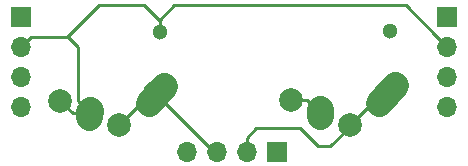
<source format=gtl>
G04 #@! TF.GenerationSoftware,KiCad,Pcbnew,(5.1.4)-1*
G04 #@! TF.CreationDate,2022-01-12T12:57:33-05:00*
G04 #@! TF.ProjectId,a44key-pcb-thumbs,6134346b-6579-42d7-9063-622d7468756d,rev?*
G04 #@! TF.SameCoordinates,Original*
G04 #@! TF.FileFunction,Copper,L1,Top*
G04 #@! TF.FilePolarity,Positive*
%FSLAX46Y46*%
G04 Gerber Fmt 4.6, Leading zero omitted, Abs format (unit mm)*
G04 Created by KiCad (PCBNEW (5.1.4)-1) date 2022-01-12 12:57:33*
%MOMM*%
%LPD*%
G04 APERTURE LIST*
%ADD10C,1.300000*%
%ADD11C,2.250000*%
%ADD12C,2.250000*%
%ADD13C,2.000000*%
%ADD14O,1.700000X1.700000*%
%ADD15R,1.700000X1.700000*%
%ADD16C,0.254000*%
G04 APERTURE END LIST*
D10*
X118390348Y-135038919D03*
D11*
X118111348Y-140345919D03*
D12*
X118766343Y-139615915D02*
X117456353Y-141075923D01*
D11*
X112436348Y-141920919D03*
D12*
X112456119Y-141630903D02*
X112416577Y-142210935D01*
D13*
X109961348Y-140870918D03*
X114961348Y-142970919D03*
D14*
X87158959Y-141480357D03*
X87158959Y-138940357D03*
X87158959Y-136400357D03*
D15*
X87158959Y-133860357D03*
D14*
X123203628Y-141408971D03*
X123203628Y-138868971D03*
X123203628Y-136328971D03*
D15*
X123203628Y-133788971D03*
D14*
X101199934Y-145248469D03*
X103739934Y-145248469D03*
X106279934Y-145248469D03*
D15*
X108819934Y-145248469D03*
D10*
X98882622Y-135070695D03*
D11*
X98603622Y-140377695D03*
D12*
X99258617Y-139647691D02*
X97948627Y-141107699D01*
D11*
X92928622Y-141952695D03*
D12*
X92948393Y-141662679D02*
X92908851Y-142242711D01*
D13*
X90453622Y-140902694D03*
X95453622Y-143002695D03*
D16*
X98078622Y-140377695D02*
X98603622Y-140377695D01*
X95453622Y-143002695D02*
X98078622Y-140377695D01*
X103474396Y-145248469D02*
X103739934Y-145248469D01*
X98603622Y-140377695D02*
X103474396Y-145248469D01*
X117586348Y-140345919D02*
X118111348Y-140345919D01*
X114961348Y-142970919D02*
X117586348Y-140345919D01*
X106279934Y-145248469D02*
X106279934Y-144046388D01*
X107070322Y-143256000D02*
X110744000Y-143256000D01*
X114961348Y-143102652D02*
X114961348Y-142970919D01*
X110744000Y-143256000D02*
X112268000Y-144780000D01*
X112268000Y-144780000D02*
X113284000Y-144780000D01*
X106279934Y-144046388D02*
X107070322Y-143256000D01*
X113284000Y-144780000D02*
X114961348Y-143102652D01*
X91503623Y-141952695D02*
X92928622Y-141952695D01*
X90453622Y-140902694D02*
X91503623Y-141952695D01*
X87158959Y-136400357D02*
X88008958Y-135550358D01*
X88008958Y-135550358D02*
X90338358Y-135550358D01*
X91942680Y-140966753D02*
X92928622Y-141952695D01*
X91942680Y-136392680D02*
X91942680Y-140966753D01*
X90338358Y-135550358D02*
X91100358Y-135550358D01*
X91100358Y-135550358D02*
X91942680Y-136392680D01*
X98882622Y-134151457D02*
X98882622Y-135070695D01*
X97573165Y-132842000D02*
X98882622Y-134151457D01*
X93726000Y-132842000D02*
X97573165Y-132842000D01*
X90338358Y-135550358D02*
X91017642Y-135550358D01*
X91017642Y-135550358D02*
X93726000Y-132842000D01*
X122353629Y-135478972D02*
X123203628Y-136328971D01*
X119716657Y-132842000D02*
X122353629Y-135478972D01*
X100076000Y-132842000D02*
X119716657Y-132842000D01*
X98882622Y-135070695D02*
X98882622Y-134035378D01*
X98882622Y-134035378D02*
X100076000Y-132842000D01*
X111386347Y-140870918D02*
X112436348Y-141920919D01*
X109961348Y-140870918D02*
X111386347Y-140870918D01*
M02*

</source>
